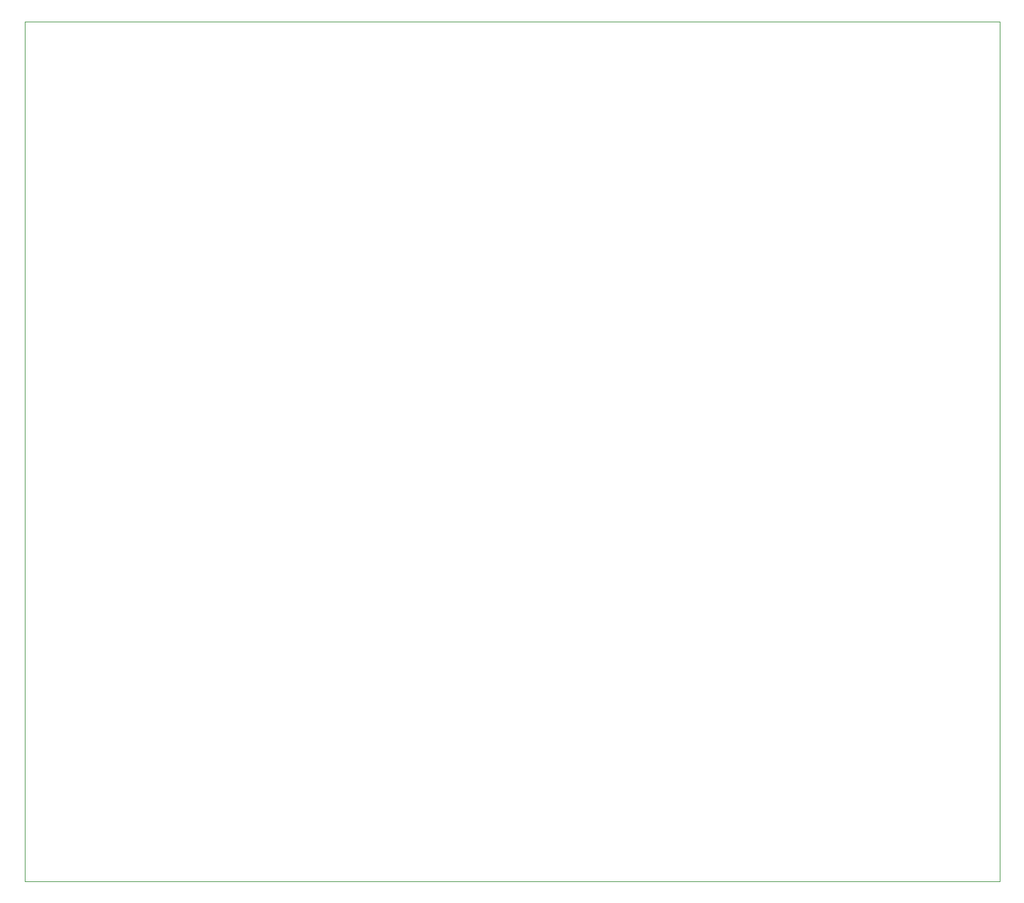
<source format=gbr>
%TF.GenerationSoftware,KiCad,Pcbnew,7.0.10*%
%TF.CreationDate,2024-01-29T13:59:38-08:00*%
%TF.ProjectId,V2_rampGen,56325f72-616d-4704-9765-6e2e6b696361,rev?*%
%TF.SameCoordinates,Original*%
%TF.FileFunction,Profile,NP*%
%FSLAX46Y46*%
G04 Gerber Fmt 4.6, Leading zero omitted, Abs format (unit mm)*
G04 Created by KiCad (PCBNEW 7.0.10) date 2024-01-29 13:59:38*
%MOMM*%
%LPD*%
G01*
G04 APERTURE LIST*
%TA.AperFunction,Profile*%
%ADD10C,0.050000*%
%TD*%
G04 APERTURE END LIST*
D10*
X50800000Y-40640000D02*
X180340000Y-40640000D01*
X180340000Y-154940000D01*
X50800000Y-154940000D01*
X50800000Y-40640000D01*
M02*

</source>
